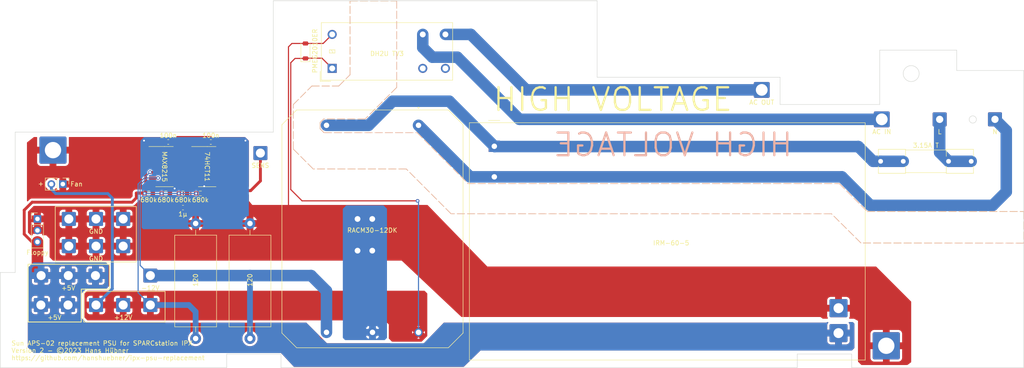
<source format=kicad_pcb>
(kicad_pcb (version 20240108) (generator "pcbnew") (generator_version "8.0")
  (layers (0 "F.Cu" signal) (31 "B.Cu" signal) (34 "B.Paste" user) (35 "F.Paste" user) (36 "B.SilkS" user "B.Silkscreen") (37 "F.SilkS" user "F.Silkscreen") (38 "B.Mask" user) (39 "F.Mask" user) (44 "Edge.Cuts" user))
  (net 0 "")
  (net 1 "Net-(J2-Pin_1)")
  (net 2 "Net-(J1-Pin_1)")
  (net 3 "GND")
  (net 4 "/+5V")
  (net 5 "Net-(J5-Pin_1)")
  (net 6 "Net-(PS1-AC{slash}L)")
  (net 7 "Net-(J6-Pin_1)")
  (net 8 "/-12V")
  (net 11 "Net-(J13-Pin_1)")
  (net 12 "Net-(U2-DIN)")
  (net 13 "Net-(U2-OUT3)")
  (net 14 "Net-(U2-OUT4)")
  (net 19 "Net-(U2-DOUT)")
  (net 21 "/+12V")
  (footprint "Fuse:Fuseholder_Clip-5x20mm_Littelfuse_111_Inline_P20.00x5.00mm_D1.05mm_Horizontal" (layer "F.Cu") (at 253.75 94.27 180)
    (property "Reference" "F1" (hide yes))
    (property "Value" "3.15A T" (at 10 3.5 0) (layer "F.SilkS"))
    (fp_line (start 20.5 1.1) (end 20.5 2.65) (stroke (width 0.12)) (layer "F.SilkS"))
    (fp_line (start 20.5 -1.1) (end 20.5 -2.65) (stroke (width 0.12)) (layer "F.SilkS"))
    (fp_line (start 20.5 -2.65) (end 14.5 -2.65) (stroke (width 0.12)) (layer "F.SilkS"))
    (fp_line (start 14.5 2.65) (end 20.5 2.65) (stroke (width 0.12)) (layer "F.SilkS"))
    (fp_line (start 14.5 2.65) (end 14.5 1.1) (stroke (width 0.12)) (layer "F.SilkS"))
    (fp_line (start 14.5 2.5) (end 5.5 2.5) (stroke (width 0.12)) (layer "F.SilkS"))
    (fp_line (start 14.5 -2.5) (end 5.5 -2.5) (stroke (width 0.12)) (layer "F.SilkS"))
    (fp_line (start 14.5 -2.65) (end 14.5 -1.1) (stroke (width 0.12)) (layer "F.SilkS"))
    (fp_line (start 5.5 2.65) (end 5.5 1.1) (stroke (width 0.12)) (layer "F.SilkS"))
    (fp_line (start 5.5 2.65) (end -0.5 2.65) (stroke (width 0.12)) (layer "F.SilkS"))
    (fp_line (start 5.5 -2.65) (end 5.5 -1.1) (stroke (width 0.12)) (layer "F.SilkS"))
    (fp_line (start 5.5 -2.65) (end -0.5 -2.65) (stroke (width 0.12)) (layer "F.SilkS"))
    (fp_line (start -0.5 2.65) (end -0.5 1.1) (stroke (width 0.12)) (layer "F.SilkS"))
    (fp_line (start -0.5 -2.65) (end -0.5 -1.1) (stroke (width 0.12)) (layer "F.SilkS"))
    (pad "1" thru_hole roundrect (at 0 0 180) (size 2 2) (drill 1.05) (layers "*.Cu" "*.Mask") (net 2 "Net-(J1-Pin_1)"))
    (pad "1" thru_hole roundrect (at 5 0 180) (size 2 2) (drill 1.05) (layers "*.Cu" "*.Mask") (net 2 "Net-(J1-Pin_1)"))
    (pad "2" thru_hole circle (at 15 0 180) (size 2 2) (drill 1.05) (layers "*.Cu" "*.Mask") (net 6 "Net-(PS1-AC{slash}L)"))
    (pad "2" thru_hole circle (at 20 0 180) (size 2 2) (drill 1.05) (layers "*.Cu" "*.Mask") (net 6 "Net-(PS1-AC{slash}L)"))
  )
  (footprint "Capacitor_SMD:C_0603_1608Metric_Pad1.08x0.95mm_HandSolder" (layer "F.Cu") (at 85.85 90 180)
    (property "Reference" "C2" (hide yes))
    (property "Value" "100n" (at 0 1.43 180) (layer "F.SilkS"))
    (fp_line (start -0.146267 0.51) (end 0.146267 0.51) (stroke (width 0.12)) (layer "F.SilkS"))
    (fp_line (start -0.146267 -0.51) (end 0.146267 -0.51) (stroke (width 0.12)) (layer "F.SilkS"))
    (pad "1" smd roundrect (at -0.8625 0 180) (size 1.075 0.95) (layers "F.Cu" "F.Paste" "F.Mask") (net 4 "/+5V"))
    (pad "2" smd roundrect (at 0.8625 0 180) (size 1.075 0.95) (layers "F.Cu" "F.Paste" "F.Mask") (net 3 "GND"))
  )
  (footprint "Diode_SMD:D_SOD-123" (layer "F.Cu") (at 106.75 69.9 90)
    (property "Reference" "D1" (hide yes))
    (property "Value" "PMEG2010ER" (at 0 2.1 90) (layer "F.SilkS"))
    (fp_line (start -2.36 -1) (end 1.65 -1) (stroke (width 0.12)) (layer "F.SilkS"))
    (fp_line (start -2.36 -1) (end -2.36 1) (stroke (width 0.12)) (layer "F.SilkS"))
    (fp_line (start -2.36 1) (end 1.65 1) (stroke (width 0.12)) (layer "F.SilkS"))
    (pad "1" smd roundrect (at -1.65 0 90) (size 0.9 1.2) (layers "F.Cu" "F.Paste" "F.Mask") (net 21 "/+12V"))
    (pad "2" smd roundrect (at 1.65 0 90) (size 0.9 1.2) (layers "F.Cu" "F.Paste" "F.Mask") (net 3 "GND"))
  )
  (footprint "Resistor_THT:R_Axial_DIN0922_L20.0mm_D9.0mm_P25.40mm_Horizontal" (layer "F.Cu") (at 82.5 133.4 90)
    (property "Reference" "R6" (hide yes))
    (property "Value" "120" (at 12.9 0 90) (layer "F.SilkS"))
    (fp_line (start 22.82 -4.62) (end 2.58 -4.62) (stroke (width 0.12)) (layer "F.SilkS"))
    (fp_line (start 2.58 -4.62) (end 2.58 4.62) (stroke (width 0.12)) (layer "F.SilkS"))
    (fp_line (start 23.96 0) (end 22.82 0) (stroke (width 0.12)) (layer "F.SilkS"))
    (fp_line (start 1.44 0) (end 2.58 0) (stroke (width 0.12)) (layer "F.SilkS"))
    (fp_line (start 22.82 4.62) (end 22.82 -4.62) (stroke (width 0.12)) (layer "F.SilkS"))
    (fp_line (start 2.58 4.62) (end 22.82 4.62) (stroke (width 0.12)) (layer "F.SilkS"))
    (pad "1" thru_hole circle (at 0 0 90) (size 2.4 2.4) (drill 1.2) (layers "*.Cu" "*.Mask") (net 21 "/+12V"))
    (pad "2" thru_hole oval (at 25.4 0 90) (size 2.4 2.4) (drill 1.2) (layers "*.Cu" "*.Mask") (net 3 "GND"))
  )
  (footprint "Resistor_THT:R_Axial_DIN0922_L20.0mm_D9.0mm_P25.40mm_Horizontal" (layer "F.Cu") (at 94.5 133.4 90)
    (property "Reference" "R5" (hide yes))
    (property "Value" "120" (at 12.9 0 90) (layer "F.SilkS"))
    (fp_line (start 22.82 -4.62) (end 2.58 -4.62) (stroke (width 0.12)) (layer "F.SilkS"))
    (fp_line (start 2.58 -4.62) (end 2.58 4.62) (stroke (width 0.12)) (layer "F.SilkS"))
    (fp_line (start 23.96 0) (end 22.82 0) (stroke (width 0.12)) (layer "F.SilkS"))
    (fp_line (start 1.44 0) (end 2.58 0) (stroke (width 0.12)) (layer "F.SilkS"))
    (fp_line (start 22.82 4.62) (end 22.82 -4.62) (stroke (width 0.12)) (layer "F.SilkS"))
    (fp_line (start 2.58 4.62) (end 22.82 4.62) (stroke (width 0.12)) (layer "F.SilkS"))
    (pad "1" thru_hole circle (at 0 0 90) (size 2.4 2.4) (drill 1.2) (layers "*.Cu" "*.Mask") (net 8 "/-12V"))
    (pad "2" thru_hole oval (at 25.4 0 90) (size 2.4 2.4) (drill 1.2) (layers "*.Cu" "*.Mask") (net 3 "GND"))
  )
  (footprint "Resistor_SMD:R_0603_1608Metric_Pad0.98x0.95mm_HandSolder" (layer "F.Cu") (at 79.7 101.36)
    (property "Reference" "R3" (hide yes))
    (property "Value" "680k" (at 0 1.43 0) (layer "F.SilkS"))
    (fp_line (start -0.254724 -0.5225) (end 0.254724 -0.5225) (stroke (width 0.12)) (layer "F.SilkS"))
    (fp_line (start -0.254724 0.5225) (end 0.254724 0.5225) (stroke (width 0.12)) (layer "F.SilkS"))
    (pad "1" smd roundrect (at -0.9125 0) (size 0.975 0.95) (layers "F.Cu" "F.Paste" "F.Mask") (net 4 "/+5V"))
    (pad "2" smd roundrect (at 0.9125 0) (size 0.975 0.95) (layers "F.Cu" "F.Paste" "F.Mask") (net 14 "Net-(U2-OUT4)"))
  )
  (footprint "Capacitor_SMD:C_0603_1608Metric_Pad1.08x0.95mm_HandSolder" (layer "F.Cu") (at 79.7 104.49)
    (property "Reference" "C3" (hide yes))
    (property "Value" "1µ" (at 0 1.43 0) (layer "F.SilkS"))
    (fp_line (start -0.146267 -0.51) (end 0.146267 -0.51) (stroke (width 0.12)) (layer "F.SilkS"))
    (fp_line (start -0.146267 0.51) (end 0.146267 0.51) (stroke (width 0.12)) (layer "F.SilkS"))
    (pad "1" smd roundrect (at -0.8625 0) (size 1.075 0.95) (layers "F.Cu" "F.Paste" "F.Mask") (net 12 "Net-(U2-DIN)"))
    (pad "2" smd roundrect (at 0.8625 0) (size 1.075 0.95) (layers "F.Cu" "F.Paste" "F.Mask") (net 3 "GND"))
  )
  (footprint "Relay_THT:Relay_DPST_Omron_G2RL-2A" (layer "F.Cu") (at 112.65 73.75 90)
    (property "Reference" "K1" (hide yes))
    (property "Value" "DH2U TV3" (at 3.25 12.1 0) (layer "F.SilkS"))
    (fp_line (start -2.84 -2.64) (end -0.65 -2.64) (stroke (width 0.12)) (layer "F.SilkS"))
    (fp_line (start 10.1 -2.4) (end -2.6 -2.4) (stroke (width 0.12)) (layer "F.SilkS"))
    (fp_line (start -2.6 -2.4) (end -2.6 26.6) (stroke (width 0.12)) (layer "F.SilkS"))
    (fp_line (start 4.1 -0.6) (end 3.4 -0.6) (stroke (width 0.12)) (layer "F.SilkS"))
    (fp_line (start 3.4 -0.6) (end 3.4 0.6) (stroke (width 0.12)) (layer "F.SilkS"))
    (fp_line (start -2.84 -0.3) (end -2.84 -2.64) (stroke (width 0.12)) (layer "F.SilkS"))
    (fp_line (start 3.4 0.2) (end 4.1 -0.2) (stroke (width 0.12)) (layer "F.SilkS"))
    (fp_line (start 4.1 0.6) (end 4.1 -0.6) (stroke (width 0.12)) (layer "F.SilkS"))
    (fp_line (start 3.4 0.6) (end 4.1 0.6) (stroke (width 0.12)) (layer "F.SilkS"))
    (fp_line (start 10.1 26.6) (end 10.1 -2.4) (stroke (width 0.12)) (layer "F.SilkS"))
    (fp_line (start -2.6 26.6) (end 10.1 26.6) (stroke (width 0.12)) (layer "F.SilkS"))
    (pad "13" thru_hole circle (at 0 20 90) (size 2 2) (drill 1.3) (layers "*.Cu" "*.Mask"))
    (pad "14" thru_hole circle (at 0 25 90) (size 2 2) (drill 1.3) (layers "*.Cu" "*.Mask"))
    (pad "23" thru_hole circle (at 7.5 20 90) (size 2 2) (drill 1.3) (layers "*.Cu" "*.Mask") (net 1 "Net-(J2-Pin_1)"))
    (pad "24" thru_hole circle (at 7.5 25 90) (size 2 2) (drill 1.3) (layers "*.Cu" "*.Mask") (net 5 "Net-(J5-Pin_1)"))
    (pad "A1" thru_hole rect (at 0 0 90) (size 2 2) (drill 1.3) (layers "*.Cu" "*.Mask") (net 21 "/+12V"))
    (pad "A2" thru_hole circle (at 7.5 0 90) (size 2 2) (drill 1.3) (layers "*.Cu" "*.Mask") (net 3 "GND"))
  )
  (footprint "Connector_PinHeader_2.54mm:PinHeader_1x03_P2.54mm_Vertical" (layer "F.Cu") (at 47.57 106.99)
    (property "Reference" "J4" (hide yes))
    (property "Value" "Floppy" (at 0 7.41 0) (layer "F.SilkS"))
    (fp_line (start -1.33 -1.33) (end 0 -1.33) (stroke (width 0.12)) (layer "F.SilkS"))
    (fp_line (start -1.33 0) (end -1.33 -1.33) (stroke (width 0.12)) (layer "F.SilkS"))
    (fp_line (start -1.33 1.27) (end -1.33 6.41) (stroke (width 0.12)) (layer "F.SilkS"))
    (fp_line (start -1.33 1.27) (end 1.33 1.27) (stroke (width 0.12)) (layer "F.SilkS"))
    (fp_line (start -1.33 6.41) (end 1.33 6.41) (stroke (width 0.12)) (layer "F.SilkS"))
    (fp_line (start 1.33 1.27) (end 1.33 6.41) (stroke (width 0.12)) (layer "F.SilkS"))
    (pad "1" thru_hole rect (at 0 0) (size 1.7 1.7) (drill 1) (layers "*.Cu" "*.Mask") (net 3 "GND"))
    (pad "2" thru_hole oval (at 0 2.54) (size 1.7 1.7) (drill 1) (layers "*.Cu" "*.Mask") (net 3 "GND"))
    (pad "3" thru_hole oval (at 0 5.08) (size 1.7 1.7) (drill 1) (layers "*.Cu" "*.Mask") (net 4 "/+5V"))
  )
  (footprint "Connector_Wire:SolderWire-2sqmm_1x01_D2mm_OD3.9mm" (layer "F.Cu") (at 51 91.8 180)
    (property "Reference" "J14" (hide yes))
    (property "Value" "GND" (hide yes))
    (pad "1" thru_hole roundrect (at 0 0 180) (size 6 6) (drill 3.6) (layers "*.Cu" "*.Mask") (roundrect_rratio 0.064103) (net 3 "GND"))
  )
  (footprint "Connector_Wire:SolderWire-1.5sqmm_1x01_D1.7mm_OD3mm" (layer "F.Cu") (at 72.5 119.5)
    (property "Reference" "J10" (hide yes))
    (property "Value" "-12V" (at 0 2.75 0) (layer "F.SilkS"))
    (pad "1" thru_hole roundrect (at 0 0) (size 3.1 3.1) (drill 2) (layers "*.Cu" "*.Mask") (roundrect_rratio 0.08064483871) (net 8 "/-12V"))
  )
  (footprint "Converter_ACDC:Converter_ACDC_MeanWell_IRM-60-xx_THT" (layer "F.Cu") (at 148.45 90.9517)
    (property "Reference" "PS1" (hide yes))
    (property "Value" "IRM-60-5" (at 39.05 21.3575 180) (layer "F.SilkS"))
    (fp_line (start -5.5 -5.2) (end -5.5 47.2) (stroke (width 0.12)) (layer "F.SilkS"))
    (fp_line (start -5.5 47.2) (end 81.9 47.2) (stroke (width 0.12)) (layer "F.SilkS"))
    (fp_line (start -1.3 -5.7) (end 1.2 -5.7) (stroke (width 0.12)) (layer "F.SilkS"))
    (fp_line (start 81.9 -5.2) (end -5.5 -5.2) (stroke (width 0.12)) (layer "F.SilkS"))
    (fp_line (start 81.9 47.2) (end 81.9 -5.2) (stroke (width 0.12)) (layer "F.SilkS"))
    (pad "1" thru_hole rect (at 0 0) (size 2.5 2.5) (drill 1.2) (layers "*.Cu" "*.Mask") (net 6 "Net-(PS1-AC{slash}L)"))
    (pad "2" thru_hole circle (at 0 6.75) (size 2.5 2.5) (drill 1.2) (layers "*.Cu" "*.Mask") (net 7 "Net-(J6-Pin_1)"))
    (pad "3" thru_hole roundrect (at 76 41.25) (size 4 4) (drill 2.2) (layers "*.Cu" "*.Mask") (roundrect_rratio 0.08) (net 4 "/+5V"))
    (pad "4" thru_hole roundrect (at 76 35.75) (size 4 4) (drill 2.2) (layers "*.Cu" "*.Mask") (roundrect_rratio 0.08) (net 3 "GND"))
  )
  (footprint "Package_SO:SO-14_3.9x8.65mm_P1.27mm" (layer "F.Cu") (at 75.625 95.44)
    (property "Reference" "U2" (hide yes))
    (property "Value" "MAX8215" (at 0 0.01 -90) (layer "F.SilkS"))
    (fp_line (start 0 -4.435) (end -3.45 -4.435) (stroke (width 0.12)) (layer "F.SilkS"))
    (fp_line (start 0 -4.435) (end 1.95 -4.435) (stroke (width 0.12)) (layer "F.SilkS"))
    (fp_line (start 0 4.435) (end -1.95 4.435) (stroke (width 0.12)) (layer "F.SilkS"))
    (fp_line (start 0 4.435) (end 1.95 4.435) (stroke (width 0.12)) (layer "F.SilkS"))
    (pad "1" smd roundrect (at -2.475 -3.81) (size 1.95 0.6) (layers "F.Cu" "F.Paste" "F.Mask"))
    (pad "2" smd roundrect (at -2.475 -2.54) (size 1.95 0.6) (layers "F.Cu" "F.Paste" "F.Mask") (net 3 "GND"))
    (pad "3" smd roundrect (at -2.475 -1.27) (size 1.95 0.6) (layers "F.Cu" "F.Paste" "F.Mask") (net 4 "/+5V"))
    (pad "4" smd roundrect (at -2.475 0) (size 1.95 0.6) (layers "F.Cu" "F.Paste" "F.Mask"))
    (pad "5" smd roundrect (at -2.475 1.27) (size 1.95 0.6) (layers "F.Cu" "F.Paste" "F.Mask") (net 21 "/+12V"))
    (pad "6" smd roundrect (at -2.475 2.54) (size 1.95 0.6) (layers "F.Cu" "F.Paste" "F.Mask") (net 8 "/-12V"))
    (pad "7" smd roundrect (at -2.475 3.81) (size 1.95 0.6) (layers "F.Cu" "F.Paste" "F.Mask") (net 12 "Net-(U2-DIN)"))
    (pad "8" smd roundrect (at 2.475 3.81) (size 1.95 0.6) (layers "F.Cu" "F.Paste" "F.Mask") (net 3 "GND"))
    (pad "9" smd roundrect (at 2.475 2.54) (size 1.95 0.6) (layers "F.Cu" "F.Paste" "F.Mask") (net 19 "Net-(U2-DOUT)"))
    (pad "10" smd roundrect (at 2.475 1.27) (size 1.95 0.6) (layers "F.Cu" "F.Paste" "F.Mask") (net 14 "Net-(U2-OUT4)"))
    (pad "11" smd roundrect (at 2.475 0) (size 1.95 0.6) (layers "F.Cu" "F.Paste" "F.Mask") (net 13 "Net-(U2-OUT3)"))
    (pad "12" smd roundrect (at 2.475 -1.27) (size 1.95 0.6) (layers "F.Cu" "F.Paste" "F.Mask"))
    (pad "13" smd roundrect (at 2.475 -2.54) (size 1.95 0.6) (layers "F.Cu" "F.Paste" "F.Mask") (net 12 "Net-(U2-DIN)"))
    (pad "14" smd roundrect (at 2.475 -3.81) (size 1.95 0.6) (layers "F.Cu" "F.Paste" "F.Mask") (net 4 "/+5V"))
  )
  (footprint "Connector_Wire:SolderWire-1.5sqmm_1x03_P6mm_D1.7mm_OD3mm" (layer "F.Cu") (at 54.5 107)
    (property "Reference" "J11" (hide yes))
    (property "Value" "GND" (at 6 2.75 0) (layer "F.SilkS"))
    (pad "1" thru_hole roundrect (at 0 0) (size 3.1 3.1) (drill 2) (layers "*.Cu" "*.Mask") (roundrect_rratio 0.080645) (net 3 "GND"))
    (pad "2" thru_hole roundrect (at 6 0) (size 3.1 3.1) (drill 2) (layers "*.Cu" "*.Mask") (roundrect_rratio 0.08) (net 3 "GND"))
    (pad "3" thru_hole roundrect (at 12 0) (size 3.1 3.1) (drill 2) (layers "*.Cu" "*.Mask") (roundrect_rratio 0.08) (net 3 "GND"))
  )
  (footprint "Resistor_SMD:R_0603_1608Metric_Pad0.98x0.95mm_HandSolder" (layer "F.Cu") (at 75.91 101.36)
    (property "Reference" "R2" (hide yes))
    (property "Value" "680k" (at 0 1.43 0) (layer "F.SilkS"))
    (fp_line (start -0.254724 -0.5225) (end 0.254724 -0.5225) (stroke (width 0.12)) (layer "F.SilkS"))
    (fp_line (start -0.254724 0.5225) (end 0.254724 0.5225) (stroke (width 0.12)) (layer "F.SilkS"))
    (pad "1" smd roundrect (at -0.9125 0) (size 0.975 0.95) (layers "F.Cu" "F.Paste" "F.Mask") (net 4 "/+5V"))
    (pad "2" smd roundrect (at 0.9125 0) (size 0.975 0.95) (layers "F.Cu" "F.Paste" "F.Mask") (net 13 "Net-(U2-OUT3)"))
  )
  (footprint "Connector_Wire:SolderWire-1.5sqmm_1x03_P6mm_D1.7mm_OD3mm" (layer "F.Cu") (at 48.38 119.5)
    (property "Reference" "J9" (hide yes))
    (property "Value" "+5V" (at 6 2.75 0) (layer "F.SilkS"))
    (pad "1" thru_hole roundrect (at 0 0) (size 3.1 3.1) (drill 2) (layers "*.Cu" "*.Mask") (roundrect_rratio 0.08) (net 4 "/+5V"))
    (pad "2" thru_hole roundrect (at 6 0) (size 3.1 3.1) (drill 2) (layers "*.Cu" "*.Mask") (roundrect_rratio 0.08) (net 4 "/+5V"))
    (pad "3" thru_hole roundrect (at 12 0) (size 3.1 3.1) (drill 2) (layers "*.Cu" "*.Mask") (roundrect_rratio 0.08) (net 4 "/+5V"))
  )
  (footprint "Package_SO:SO-14_3.9x8.65mm_P1.27mm" (layer "F.Cu") (at 85.05 95.45)
    (property "Reference" "U1" (hide yes))
    (property "Value" "74HCT11" (at 0 0 -90) (layer "F.SilkS"))
    (fp_line (start 0 -4.435) (end -3.45 -4.435) (stroke (width 0.12)) (layer "F.SilkS"))
    (fp_line (start 0 -4.435) (end 1.95 -4.435) (stroke (width 0.12)) (layer "F.SilkS"))
    (fp_line (start 0 4.435) (end -1.95 4.435) (stroke (width 0.12)) (layer "F.SilkS"))
    (fp_line (start 0 4.435) (end 1.95 4.435) (stroke (width 0.12)) (layer "F.SilkS"))
    (pad "1" smd roundrect (at -2.475 -3.81) (size 1.95 0.6) (layers "F.Cu" "F.Paste" "F.Mask") (net 3 "GND"))
    (pad "2" smd roundrect (at -2.475 -2.54) (size 1.95 0.6) (layers "F.Cu" "F.Paste" "F.Mask") (net 3 "GND"))
    (pad "3" smd roundrect (at -2.475 -1.27) (size 1.95 0.6) (layers "F.Cu" "F.Paste" "F.Mask") (net 13 "Net-(U2-OUT3)"))
    (pad "4" smd roundrect (at -2.475 0) (size 1.95 0.6) (layers "F.Cu" "F.Paste" "F.Mask") (net 14 "Net-(U2-OUT4)"))
    (pad "5" smd roundrect (at -2.475 1.27) (size 1.95 0.6) (layers "F.Cu" "F.Paste" "F.Mask") (net 19 "Net-(U2-DOUT)"))
    (pad "6" smd roundrect (at -2.475 2.54) (size 1.95 0.6) (layers "F.Cu" "F.Paste" "F.Mask") (net 11 "Net-(J13-Pin_1)"))
    (pad "7" smd roundrect (at -2.475 3.81) (size 1.95 0.6) (layers "F.Cu" "F.Paste" "F.Mask") (net 3 "GND"))
    (pad "8" smd roundrect (at 2.475 3.81) (size 1.95 0.6) (layers "F.Cu" "F.Paste" "F.Mask"))
    (pad "9" smd roundrect (at 2.475 2.54) (size 1.95 0.6) (layers "F.Cu" "F.Paste" "F.Mask") (net 3 "GND"))
    (pad "10" smd roundrect (at 2.475 1.27) (size 1.95 0.6) (layers "F.Cu" "F.Paste" "F.Mask") (net 3 "GND"))
    (pad "11" smd roundrect (at 2.475 0) (size 1.95 0.6) (layers "F.Cu" "F.Paste" "F.Mask") (net 3 "GND"))
    (pad "12" smd roundrect (at 2.475 -1.27) (size 1.95 0.6) (layers "F.Cu" "F.Paste" "F.Mask"))
    (pad "13" smd roundrect (at 2.475 -2.54) (size 1.95 0.6) (layers "F.Cu" "F.Paste" "F.Mask") (net 3 "GND"))
    (pad "14" smd roundrect (at 2.475 -3.81) (size 1.95 0.6) (layers "F.Cu" "F.Paste" "F.Mask") (net 4 "/+5V"))
  )
  (footprint "Connector_Wire:SolderWire-1.5sqmm_1x01_D1.7mm_OD3mm" (layer "F.Cu") (at 207.5 78.5)
    (property "Reference" "J5" (hide yes))
    (property "Value" "AC OUT" (at 0 2.75 0) (layer "F.SilkS"))
    (pad "1" thru_hole roundrect (at 0 0) (size 3.5 3.5) (drill 2.6) (layers "*.Cu" "*.Mask") (roundrect_rratio 0.08064514286) (net 5 "Net-(J5-Pin_1)"))
  )
  (footprint "Connector_Wire:SolderWire-1.5sqmm_1x01_D1.7mm_OD3mm" (layer "F.Cu") (at 259 85)
    (property "Reference" "J6" (hide yes))
    (property "Value" "N" (at 0 2.75 0) (layer "F.SilkS"))
    (pad "1" thru_hole roundrect (at 0 0) (size 3.1 3.1) (drill 1.6) (layers "*.Cu" "*.Mask") (roundrect_rratio 0.08064516129) (net 7 "Net-(J6-Pin_1)"))
  )
  (footprint "Capacitor_SMD:C_0603_1608Metric_Pad1.08x0.95mm_HandSolder" (layer "F.Cu") (at 76.45 90 180)
    (property "Reference" "C1" (hide yes))
    (property "Value" "100n" (at 0 1.43 180) (layer "F.SilkS"))
    (fp_line (start -0.146267 0.51) (end 0.146267 0.51) (stroke (width 0.12)) (layer "F.SilkS"))
    (fp_line (start -0.146267 -0.51) (end 0.146267 -0.51) (stroke (width 0.12)) (layer "F.SilkS"))
    (pad "1" smd roundrect (at -0.8625 0 180) (size 1.075 0.95) (layers "F.Cu" "F.Paste" "F.Mask") (net 4 "/+5V"))
    (pad "2" smd roundrect (at 0.8625 0 180) (size 1.075 0.95) (layers "F.Cu" "F.Paste" "F.Mask") (net 3 "GND"))
  )
  (footprint "Connector_Wire:SolderWire-1.5sqmm_1x03_P6mm_D1.7mm_OD3mm" (layer "F.Cu") (at 60.5 126)
    (property "Reference" "J7" (hide yes))
    (property "Value" "+12V" (at 6 2.75 0) (layer "F.SilkS"))
    (pad "1" thru_hole roundrect (at 0 0) (size 3.1 3.1) (drill 2) (layers "*.Cu" "*.Mask") (roundrect_rratio 0.08064483871) (net 21 "/+12V"))
    (pad "2" thru_hole roundrect (at 6 0) (size 3.1 3.1) (drill 2) (layers "*.Cu" "*.Mask") (roundrect_rratio 0.08) (net 21 "/+12V"))
    (pad "3" thru_hole roundrect (at 12 0) (size 3.1 3.1) (drill 2) (layers "*.Cu" "*.Mask") (roundrect_rratio 0.08) (net 21 "/+12V"))
  )
  (footprint "Connector_Wire:SolderWire-1.5sqmm_1x01_D1.7mm_OD3mm" (layer "F.Cu") (at 96.8 92.45)
    (property "Reference" "J13" (hide yes))
    (property "Value" "SENS" (at 0 2.75 0) (layer "F.SilkS"))
    (pad "1" thru_hole roundrect (at 0 0) (size 3.1 3.1) (drill 2) (layers "*.Cu" "*.Mask") (roundrect_rratio 0.08064483871) (net 11 "Net-(J13-Pin_1)"))
  )
  (footprint "Connector_Wire:SolderWire-1.5sqmm_1x01_D1.7mm_OD3mm" (layer "F.Cu") (at 246.79 85.01)
    (property "Reference" "J1" (hide yes))
    (property "Value" "L" (at 0 2.75 0) (layer "F.SilkS"))
    (pad "1" thru_hole roundrect (at 0 0) (size 3.1 3.1) (drill 1.6) (layers "*.Cu" "*.Mask") (roundrect_rratio 0.08064516129) (net 2 "Net-(J1-Pin_1)"))
  )
  (footprint "Connector_Wire:SolderWire-1.5sqmm_1x03_P6mm_D1.7mm_OD3mm" (layer "F.Cu") (at 54.5 113)
    (property "Reference" "J3" (hide yes))
    (property "Value" "GND" (at 6 2.75 0) (layer "F.SilkS"))
    (pad "1" thru_hole roundrect (at 0 0) (size 3.1 3.1) (drill 2) (layers "*.Cu" "*.Mask") (roundrect_rratio 0.080645) (net 3 "GND"))
    (pad "2" thru_hole roundrect (at 6 0) (size 3.1 3.1) (drill 2) (layers "*.Cu" "*.Mask") (roundrect_rratio 0.08) (net 3 "GND"))
    (pad "3" thru_hole roundrect (at 12 0) (size 3.1 3.1) (drill 2) (layers "*.Cu" "*.Mask") (roundrect_rratio 0.08) (net 3 "GND"))
  )
  (footprint "Connector_PinHeader_2.54mm:PinHeader_1x02_P2.54mm_Vertical" (layer "F.Cu") (at 53.175 99.3 -90)
    (property "Reference" "J12" (hide yes))
    (property "Value" "Fan" (at 0 -3.025 180) (layer "F.SilkS"))
    (fp_line (start -1.33 3.87) (end 1.33 3.87) (stroke (width 0.12)) (layer "F.SilkS"))
    (fp_line (start -1.33 1.27) (end -1.33 3.87) (stroke (width 0.12)) (layer "F.SilkS"))
    (fp_line (start -1.33 1.27) (end 1.33 1.27) (stroke (width 0.12)) (layer "F.SilkS"))
    (fp_line (start 1.33 1.27) (end 1.33 3.87) (stroke (width 0.12)) (layer "F.SilkS"))
    (fp_line (start -1.33 0) (end -1.33 -1.33) (stroke (width 0.12)) (layer "F.SilkS"))
    (fp_line (start -1.33 -1.33) (end 0 -1.33) (stroke (width 0.12)) (layer "F.SilkS"))
    (pad "1" thru_hole rect (at 0 0 270) (size 1.7 1.7) (drill 1) (layers "*.Cu" "*.Mask") (net 3 "GND"))
    (pad "2" thru_hole oval (at 0 2.54 270) (size 1.7 1.7) (drill 1) (layers "*.Cu" "*.Mask") (net 21 "/+12V"))
  )
  (footprint "Resistor_SMD:R_0603_1608Metric_Pad0.98x0.95mm_HandSolder" (layer "F.Cu") (at 72.14 101.36)
    (property "Reference" "R1" (hide yes))
    (property "Value" "680k" (at 0 1.43 0) (layer "F.SilkS"))
    (fp_line (start -0.254724 -0.5225) (end 0.254724 -0.5225) (stroke (width 0.12)) (layer "F.SilkS"))
    (fp_line (start -0.254724 0.5225) (end 0.254724 0.5225) (stroke (width 0.12)) (layer "F.SilkS"))
    (pad "1" smd roundrect (at -0.9125 0) (size 0.975 0.95) (layers "F.Cu" "F.Paste" "F.Mask") (net 4 "/+5V"))
    (pad "2" smd roundrect (at 0.9125 0) (size 0.975 0.95) (layers "F.Cu" "F.Paste" "F.Mask") (net 12 "Net-(U2-DIN)"))
  )
  (footprint "Connector_Wire:SolderWire-1.5sqmm_1x02_P6mm_D1.7mm_OD3mm" (layer "F.Cu") (at 48.325 126)
    (property "Reference" "J8" (hide yes))
    (property "Value" "+5V" (at 3 2.75 0) (layer "F.SilkS"))
    (pad "1" thru_hole roundrect (at 0 0) (size 3.1 3.1) (drill 2) (layers "*.Cu" "*.Mask") (roundrect_rratio 0.08064483871) (net 4 "/+5V"))
    (pad "2" thru_hole roundrect (at 6 0) (size 3.1 3.1) (drill 2) (layers "*.Cu" "*.Mask") (roundrect_rratio 0.08) (net 4 "/+5V"))
  )
  (footprint "Connector_Wire:SolderWire-1.5sqmm_1x01_D1.7mm_OD3mm" (layer "F.Cu") (at 234 85)
    (property "Reference" "J2" (hide yes))
    (property "Value" "AC IN" (at 0 2.75 0) (layer "F.SilkS"))
    (pad "1" thru_hole roundrect (at 0 0) (size 3.5 3.5) (drill 2.6) (layers "*.Cu" "*.Mask") (roundrect_rratio 0.08064514286) (net 1 "Net-(J2-Pin_1)"))
  )
  (footprint "Resistor_SMD:R_0603_1608Metric_Pad0.98x0.95mm_HandSolder" (layer "F.Cu") (at 83.54 101.36)
    (property "Reference" "R4" (hide yes))
    (property "Value" "680k" (at 0 1.43 0) (layer "F.SilkS"))
    (fp_line (start -0.254724 -0.5225) (end 0.254724 -0.5225) (stroke (width 0.12)) (layer "F.SilkS"))
    (fp_line (start -0.254724 0.5225) (end 0.254724 0.5225) (stroke (width 0.12)) (layer "F.SilkS"))
    (pad "1" smd roundrect (at -0.9125 0) (size 0.975 0.95) (layers "F.Cu" "F.Paste" "F.Mask") (net 4 "/+5V"))
    (pad "2" smd roundrect (at 0.9125 0) (size 0.975 0.95) (layers "F.Cu" "F.Paste" "F.Mask") (net 19 "Net-(U2-DOUT)"))
  )
  (footprint "Converter_ACDC:CONV_RACM30-24SK_277" (layer "F.Cu") (at 121.55 109.1875 -90)
    (property "Reference" "PS2" (hide yes))
    (property "Value" "RACM30-12DK" (at 0.3125 0.05 180) (layer "F.SilkS"))
    (fp_line (start -23 20) (end -26.25 16.75) (stroke (width 0.127)) (layer "F.SilkS"))
    (fp_line (start 23 20) (end -23 20) (stroke (width 0.127)) (layer "F.SilkS"))
    (fp_line (start -26.25 16.75) (end -26.25 -16.75) (stroke (width 0.127)) (layer "F.SilkS"))
    (fp_line (start 26.25 16.75) (end 23 20) (stroke (width 0.127)) (layer "F.SilkS"))
    (fp_line (start -26.25 -16.75) (end -23 -20) (stroke (width 0.127)) (layer "F.SilkS"))
    (fp_line (start 26.25 -16.75) (end 26.25 16.75) (stroke (width 0.127)) (layer "F.SilkS"))
    (fp_line (start -23 -20) (end 23 -20) (stroke (width 0.127)) (layer "F.SilkS"))
    (fp_line (start 23 -20) (end 26.25 -16.75) (stroke (width 0.127)) (layer "F.SilkS"))
    (fp_circle (center -26.75 -10.16) (end -26.65 -10.16) (stroke (width 0.2)) (fill none) (layer "F.SilkS"))
    (pad "1" thru_hole rect (at -22.87 -10.16 270) (size 1.8 1.8) (drill 1.2) (layers "*.Cu" "*.Mask") (net 7 "Net-(J6-Pin_1)"))
    (pad "2" thru_hole circle (at -22.87 10.16 270) (size 1.8 1.8) (drill 1.2) (layers "*.Cu" "*.Mask") (net 6 "Net-(PS1-AC{slash}L)"))
    (pad "3" thru_hole circle (at 22.85 10.16 270) (size 1.8 1.8) (drill 1.2) (layers "*.Cu" "*.Mask") (net 8 "/-12V"))
    (pad "4" thru_hole roundrect (at 22.85 0 270) (size 1.8 1.8) (drill 1.2) (layers "*.Cu" "*.Mask") (roundrect_rratio 0.08) (net 3 "GND"))
    (pad "5" thru_hole circle (at 22.85 -10.16 270) (size 1.8 1.8) (drill 1.2) (layers "*.Cu" "*.Mask") (net 21 "/+12V"))
  )
  (footprint "Connector_Wire:SolderWire-2sqmm_1x01_D2mm_OD3.9mm" (layer "F.Cu") (at 235 135)
    (property "Reference" "J15" (hide yes))
    (property "Value" "GND" (hide yes))
    (pad "1" thru_hole roundrect (at 0 0) (size 6 6) (drill 3.6) (layers "*.Cu" "*.Mask") (roundrect_rratio 0.064103) (net 3 "GND"))
  )
  (gr_poly (pts (xy 116.6 58.85) (xy 126.9 58.85) (xy 126.9 77.95) (xy 119.95 84.9) (xy 110.8 84.9) (xy 110 85.7) (xy 110 87.1) (xy 110.85 87.95) (xy 131.4 87.95) (xy 142.6 99.15) (xy 142.6 99.2) (xy 224.65 99.2) (xy 230.8 105.35) (xy 265.35 105.35) (xy 265.35 112.35) (xy 265.3 112.35) (xy 229.4 112.3) (xy 222.9 105.85) (xy 138.897786 105.847786) (xy 129.006558 95.956558) (xy 108.447855 95.947855) (xy 104.05 91.55) (xy 104.05 81.75) (xy 108.15 77.65) (xy 114.1 77.65) (xy 116.6 75.15)) (stroke (width 0.15) (type dash)) (fill none) (layer "B.SilkS"))
  (gr_poly (pts (xy 116.6 58.85) (xy 126.9 58.85) (xy 126.9 77.95) (xy 119.95 84.9) (xy 110.8 84.9) (xy 110 85.7) (xy 110 87.1) (xy 110.85 87.95) (xy 131.4 87.95) (xy 142.6 99.15) (xy 142.6 99.2) (xy 224.65 99.2) (xy 230.8 105.35) (xy 265.35 105.35) (xy 265.35 112.35) (xy 265.3 112.35) (xy 229.4 112.3) (xy 222.9 105.85) (xy 138.897786 105.847786) (xy 128.996139 95.946139) (xy 108.455923 95.955923) (xy 104.05 91.55) (xy 104.05 81.75) (xy 108.15 77.65) (xy 114.1 77.65) (xy 116.6 75.15)) (stroke (width 0.15) (type dash)) (fill none) (layer "F.SilkS"))
  (gr_poly (pts (xy 51.5 104.25) (xy 69.4 104.25) (xy 69.4 116.5) (xy 51.5 116.5)) (stroke (width 0.15)) (fill none) (layer "F.SilkS"))
  (gr_poly (pts (xy 45.5 117) (xy 63.5 117) (xy 63.5 122.5) (xy 57.25 122.5) (xy 57.25 129.75) (xy 45.5 129.75)) (stroke (width 0.2)) (fill none) (layer "F.SilkS"))
  (gr_poly (pts (xy 57.75 123) (xy 75.75 123) (xy 75.75 129.75) (xy 57.75 129.75)) (stroke (width 0.15)) (fill none) (layer "F.SilkS"))
  (gr_line (start 250.55 74.22) (end 265.35 74.22) (stroke (width 0.1)) (layer "Edge.Cuts"))
  (gr_line (start 101.35 139.82) (end 215.35 139.82) (stroke (width 0.1)) (layer "Edge.Cuts"))
  (gr_line (start 211.55 81.72) (end 211.55 75.72) (stroke (width 0.1)) (layer "Edge.Cuts"))
  (gr_line (start 215.35 139.82) (end 215.35 136.82) (stroke (width 0.1)) (layer "Edge.Cuts"))
  (gr_line (start 171.15 58.82) (end 99.65 58.82) (stroke (width 0.1)) (layer "Edge.Cuts"))
  (gr_line (start 227.35 136.82) (end 227.35 139.82) (stroke (width 0.1)) (layer "Edge.Cuts"))
  (gr_line (start 211.55 75.72) (end 171.15 75.72) (stroke (width 0.1)) (layer "Edge.Cuts"))
  (gr_line (start 265.35 74.32) (end 265.35 74.22) (stroke (width 0.1)) (layer "Edge.Cuts"))
  (gr_line (start 250.55 69.72) (end 250.55 74.22) (stroke (width 0.1)) (layer "Edge.Cuts"))
  (gr_line (start 265.35 139.82) (end 265.35 74.32) (stroke (width 0.1)) (layer "Edge.Cuts"))
  (gr_line (start 39.35 118.82) (end 39.35 139.82) (stroke (width 0.1)) (layer "Edge.Cuts"))
  (gr_line (start 42.65 118.82) (end 39.35 118.82) (stroke (width 0.1)) (layer "Edge.Cuts"))
  (gr_line (start 89.35 139.82) (end 89.35 136.82) (stroke (width 0.1)) (layer "Edge.Cuts"))
  (gr_line (start 171.15 75.72) (end 171.15 58.82) (stroke (width 0.1)) (layer "Edge.Cuts"))
  (gr_line (start 227.35 139.82) (end 265.35 139.82) (stroke (width 0.1)) (layer "Edge.Cuts"))
  (gr_line (start 89.35 136.82) (end 101.35 136.82) (stroke (width 0.1)) (layer "Edge.Cuts"))
  (gr_line (start 215.35 136.82) (end 227.35 136.82) (stroke (width 0.1)) (layer "Edge.Cuts"))
  (gr_line (start 233.55 69.72) (end 250.55 69.72) (stroke (width 0.1)) (layer "Edge.Cuts"))
  (gr_circle (center 240.5 74.9) (end 242.26 74.9) (stroke (width 0.1)) (fill none) (layer "Edge.Cuts"))
  (gr_line (start 42.65 87.82) (end 42.65 118.82) (stroke (width 0.1)) (layer "Edge.Cuts"))
  (gr_line (start 99.65 58.82) (end 99.65 87.82) (stroke (width 0.1)) (layer "Edge.Cuts"))
  (gr_line (start 233.55 81.72) (end 233.55 69.72) (stroke (width 0.1)) (layer "Edge.Cuts"))
  (gr_line (start 39.35 139.82) (end 89.35 139.82) (stroke (width 0.1)) (layer "Edge.Cuts"))
  (gr_line (start 101.35 136.82) (end 101.35 139.82) (stroke (width 0.1)) (layer "Edge.Cuts"))
  (gr_line (start 99.65 87.82) (end 42.65 87.82) (stroke (width 0.1)) (layer "Edge.Cuts"))
  (gr_line (start 211.55 81.72) (end 233.55 81.72) (stroke (width 0.1)) (layer "Edge.Cuts"))
  (gr_circle (center 254.1 85.03) (end 254.9 85.03) (stroke (width 0.1)) (fill none) (layer "Edge.Cuts"))
  (gr_text "HIGH VOLTAGE" (at 214.65 93.55 0) (layer "B.SilkS") (effects (font (size 5 5) (thickness 0.5)) (justify left bottom mirror)))
  (gr_text "HIGH VOLTAGE" (at 147.85 83.55 0) (layer "F.SilkS") (effects (font (size 5 5) (thickness 0.5)) (justify left bottom)))
  (gr_text "Sun APS-02 replacement PSU for SPARCstation IPX\nVersion 2 - ©2023 Hans Hübner\nhttps://github.com/hanshuebner/ipx-psu-replacement" (at 41.75 138.25 0) (layer "F.SilkS") (effects (font (size 1 1)) (justify left bottom)))
  (gr_text "+" (at 47.6 99.8 0) (layer "F.SilkS") (effects (font (size 1 1)) (justify left bottom)))
  (segment (start 234 85) (end 154 85) (width 2.54) (layer "B.Cu") (net 1))
  (segment (start 132.65 69.15) (end 132.65 66.25) (width 2.54) (layer "B.Cu") (net 1))
  (segment (start 140.28 71.28) (end 134.78 71.28) (width 2.54) (layer "B.Cu") (net 1))
  (segment (start 134.78 71.28) (end 132.65 69.15) (width 2.54) (layer "B.Cu") (net 1))
  (segment (start 154 85) (end 140.28 71.28) (width 2.54) (layer "B.Cu") (net 1))
  (segment (start 246.79 92.31) (end 248.75 94.27) (width 2.54) (layer "B.Cu") (net 2))
  (segment (start 246.79 85.01) (end 246.79 92.31) (width 2.54) (layer "B.Cu") (net 2))
  (segment (start 253.75 94.27) (end 248.75 94.27) (width 2.54) (layer "B.Cu") (net 2))
  (segment (start 110.65 68.25) (end 112.65 66.25) (width 0.25) (layer "F.Cu") (net 3))
  (segment (start 103 69) (end 103.75 68.25) (width 0.25) (layer "F.Cu") (net 3))
  (segment (start 103.75 68.25) (end 106.75 68.25) (width 0.25) (layer "F.Cu") (net 3))
  (segment (start 106.75 68.25) (end 110.65 68.25) (width 0.25) (layer "F.Cu") (net 3))
  (segment (start 103 69) (end 103 105.5) (width 0.25) (layer "F.Cu") (net 3))
  (via (at 118.25 114) (size 2.54) (drill 1.27) (layers "F.Cu" "B.Cu") (net 3))
  (via (at 121.5 107) (size 2.54) (drill 1.27) (layers "F.Cu" "B.Cu") (net 3))
  (via (at 84.39 99.78) (size 0.8) (drill 0.4) (layers "F.Cu" "B.Cu") (net 3))
  (via (at 118.25 107) (size 2.54) (drill 1.27) (layers "F.Cu" "B.Cu") (net 3))
  (via (at 121.5 114) (size 2.54) (drill 1.27) (layers "F.Cu" "B.Cu") (net 3))
  (via (at 93.5 89.7) (size 0.8) (drill 0.4) (layers "F.Cu" "B.Cu") (net 3))
  (via (at 77.86 100.28) (size 0.8) (drill 0.4) (layers "F.Cu" "B.Cu") (net 3))
  (via (at 71.1 89.7) (size 0.8) (drill 0.4) (layers "F.Cu" "B.Cu") (net 3))
  (segment (start 75.33 94.17) (end 73.15 94.17) (width 0.635) (layer "F.Cu") (net 4))
  (segment (start 46.4 103.3) (end 44.65 105.05) (width 0.635) (layer "F.Cu") (net 4))
  (segment (start 69.4 102.35) (end 68.45 103.3) (width 0.635) (layer "F.Cu") (net 4))
  (segment (start 71.1675 101.3) (end 71.2275 101.36) (width 0.635) (layer "F.Cu") (net 4))
  (segment (start 68.45 103.3) (end 46.4 103.3) (width 0.635) (layer "F.Cu") (net 4))
  (segment (start 87.525 91.64) (end 86.8775 90.9925) (width 0.635) (layer "F.Cu") (net 4))
  (segment (start 86.8775 90.1275) (end 85.75 89) (width 0.635) (layer "F.Cu") (net 4))
  (segment (start 47.57 118.69) (end 48.38 119.5) (width 2.54) (layer "F.Cu") (net 4))
  (segment (start 82.62 101.36) (end 82.61 101.37) (width 0.25) (layer "F.Cu") (net 4))
  (segment (start 75.79 93.11) (end 75.79 93.71) (width 0.635) (layer "F.Cu") (net 4))
  (segment (start 85.75 89) (end 78.52 89) (width 0.635) (layer "F.Cu") (net 4))
  (segment (start 78.52 89) (end 77.29 90.23) (width 0.635) (layer "F.Cu") (net 4))
  (segment (start 44.65 105.05) (end 44.65 110.35) (width 0.635) (layer "F.Cu") (net 4))
  (segment (start 71.47 101.1175) (end 71.2875 101.3) (width 0.635) (layer "F.Cu") (net 4))
  (segment (start 78.1 91.63) (end 77.27 91.63) (width 0.635) (layer "F.Cu") (net 4))
  (segment (start 77.29 90.23) (end 77.29 90.82) (width 0.635) (layer "F.Cu") (net 4))
  (segment (start 44.65 110.35) (end 46.37 112.07) (width 0.635) (layer "F.Cu") (net 4))
  (segment (start 69.4 101.3) (end 69.4 102.35) (width 0.635) (layer "F.Cu") (net 4))
  (segment (start 77.27 91.63) (end 75.79 93.11) (width 0.635) (layer "F.Cu") (net 4))
  (segment (start 77.29 90.82) (end 78.1 91.63) (width 0.635) (layer "F.Cu") (net 4))
  (segment (start 86.8775 90.9925) (end 86.8775 90.2) (width 0.635) (layer "F.Cu") (net 4))
  (segment (start 47.57 112.07) (end 47.57 118.69) (width 2.54) (layer "F.Cu") (net 4))
  (segment (start 86.8775 90.9925) (end 86.8775 90.1275) (width 0.635) (layer "F.Cu") (net 4))
  (segment (start 71.47 95.201012) (end 71.47 101.1175) (width 0.635) (layer "F.Cu") (net 4))
  (segment (start 46.37 112.07) (end 47.57 112.07) (width 0.635) (layer "F.Cu") (net 4))
  (segment (start 71.2875 101.3) (end 69.4 101.3) (width 0.635) (layer "F.Cu") (net 4))
  (segment (start 72.501012 94.17) (end 71.47 95.201012) (width 0.635) (layer "F.Cu") (net 4))
  (segment (start 75.79 93.71) (end 75.33 94.17) (width 0.635) (layer "F.Cu") (net 4))
  (segment (start 82.6275 101.36) (end 82.62 101.36) (width 0.25) (layer "F.Cu") (net 4))
  (segment (start 73.15 94.17) (end 72.501012 94.17) (width 0.635) (layer "F.Cu") (net 4))
  (segment (start 69.4 101.3) (end 71.1675 101.3) (width 0.635) (layer "F.Cu") (net 4))
  (via (at 78.7875 101.36) (size 0.8) (drill 0.4) (layers "F.Cu" "B.Cu") (net 4))
  (via (at 82.61 101.37) (size 0.8) (drill 0.4) (layers "F.Cu" "B.Cu") (net 4))
  (via (at 71.2275 101.36) (size 0.8) (drill 0.4) (layers "F.Cu" "B.Cu") (net 4))
  (via (at 74.9975 101.36) (size 0.8) (drill 0.4) (layers "F.Cu" "B.Cu") (net 4))
  (segment (start 82.61 101.37) (end 78.7975 101.37) (width 0.25) (layer "B.Cu") (net 4))
  (segment (start 78.7875 101.36) (end 74.9975 101.36) (width 0.25) (layer "B.Cu") (net 4))
  (segment (start 74.9975 101.36) (end 71.2275 101.36) (width 0.25) (layer "B.Cu") (net 4))
  (segment (start 78.7975 101.37) (end 78.7875 101.36) (width 0.25) (layer "B.Cu") (net 4))
  (segment (start 143.25 66.25) (end 155.5 78.5) (width 2.54) (layer "B.Cu") (net 5))
  (segment (start 155.5 78.5) (end 207.5 78.5) (width 2.54) (layer "B.Cu") (net 5))
  (segment (start 137.65 66.25) (end 143.25 66.25) (width 2.54) (layer "B.Cu") (net 5))
  (segment (start 148.45 90.95) (end 148.45 90.9517) (width 2.54) (layer "B.Cu") (net 6))
  (segment (start 232.09 94.27) (end 228.83 91.01) (width 2.54) (layer "B.Cu") (net 6))
  (segment (start 126 81) (end 138.5 81) (width 2.54) (layer "B.Cu") (net 6))
  (segment (start 238.75 94.27) (end 233.75 94.27) (width 2.54) (layer "B.Cu") (net 6))
  (segment (start 228.83 91.01) (end 148.5083 91.01) (width 2.54) (layer "B.Cu") (net 6))
  (segment (start 111.39 86.3175) (end 120.6825 86.3175) (width 2.54) (layer "B.Cu") (net 6))
  (segment (start 138.5 81) (end 148.45 90.95) (width 2.54) (layer "B.Cu") (net 6))
  (segment (start 233.75 94.27) (end 232.09 94.27) (width 2.54) (layer "B.Cu") (net 6))
  (segment (start 148.5083 91.01) (end 148.45 90.9517) (width 2.54) (layer "B.Cu") (net 6))
  (segment (start 120.6825 86.3175) (end 126 81) (width 2.54) (layer "B.Cu") (net 6))
  (segment (start 143.0925 97.7) (end 131.71 86.3175) (width 2.54) (layer "B.Cu") (net 7))
  (segment (start 261.5 101) (end 258.5 104) (width 2.54) (layer "B.Cu") (net 7))
  (segment (start 261.5 87.5) (end 261.5 101) (width 2.54) (layer "B.Cu") (net 7))
  (segment (start 259 85) (end 261.5 87.5) (width 2.54) (layer "B.Cu") (net 7))
  (segment (start 225.2 97.7) (end 143.0925 97.7) (width 2.54) (layer "B.Cu") (net 7))
  (segment (start 231.5 104) (end 225.2 97.7) (width 2.54) (layer "B.Cu") (net 7))
  (segment (start 258.5 104) (end 231.5 104) (width 2.54) (layer "B.Cu") (net 7))
  (segment (start 74.17 97.98) (end 74.2 97.95) (width 0.25) (layer "F.Cu") (net 8))
  (segment (start 73.15 97.98) (end 74.17 97.98) (width 0.25) (layer "F.Cu") (net 8))
  (via (at 74.2 97.95) (size 0.8) (drill 0.4) (layers "F.Cu" "B.Cu") (net 8))
  (segment (start 74.2 97.95) (end 71.786396 97.95) (width 0.25) (layer "B.Cu") (net 8))
  (segment (start 94.5 119.5) (end 72.5 119.5) (width 2.54) (layer "B.Cu") (net 8))
  (segment (start 70.25 99.486396) (end 70.25 117.25) (width 0.25) (layer "B.Cu") (net 8))
  (segment (start 108 119.5) (end 94.5 119.5) (width 2.54) (layer "B.Cu") (net 8))
  (segment (start 71.786396 97.95) (end 70.25 99.486396) (width 0.25) (layer "B.Cu") (net 8))
  (segment (start 111.39 132.0375) (end 111.39 122.89) (width 2.54) (layer "B.Cu") (net 8))
  (segment (start 94.5 133.4) (end 94.5 119.5) (width 1.27) (layer "B.Cu") (net 8))
  (segment (start 111.39 122.89) (end 108 119.5) (width 2.54) (layer "B.Cu") (net 8))
  (segment (start 70.25 117.25) (end 72.5 119.5) (width 0.25) (layer "B.Cu") (net 8))
  (segment (start 84.16 97.99) (end 86.92 100.75) (width 0.635) (layer "F.Cu") (net 11))
  (segment (start 96.8 98.6) (end 96.8 92.45) (width 0.635) (layer "F.Cu") (net 11))
  (segment (start 94.65 100.75) (end 96.8 98.6) (width 0.635) (layer "F.Cu") (net 11))
  (segment (start 86.92 100.75) (end 94.65 100.75) (width 0.635) (layer "F.Cu") (net 11))
  (segment (start 82.575 97.99) (end 84.16 97.99) (width 0.635) (layer "F.Cu") (net 11))
  (segment (start 76.1825 104.49) (end 78.8375 104.49) (width 0.25) (layer "F.Cu") (net 12))
  (segment (start 73.0525 101.36) (end 73.0525 99.3475) (width 0.25) (layer "F.Cu") (net 12))
  (segment (start 73.0525 99.3475) (end 73.15 99.25) (width 0.25) (layer "F.Cu") (net 12))
  (segment (start 76.78 93.843249) (end 77.723249 92.9) (width 0.25) (layer "F.Cu") (net 12))
  (segment (start 76.35 96.176853) (end 76.78 95.746853) (width 0.25) (layer "F.Cu") (net 12))
  (segment (start 73.15 99.25) (end 75.82 99.25) (width 0.25) (layer "F.Cu") (net 12))
  (segment (start 77.723249 92.9) (end 78.1 92.9) (width 0.25) (layer "F.Cu") (net 12))
  (segment (start 76.35 98.72) (end 76.35 96.176853) (width 0.25) (layer "F.Cu") (net 12))
  (segment (start 73.0525 101.36) (end 76.1825 104.49) (width 0.25) (layer "F.Cu") (net 12))
  (segment (start 75.82 99.25) (end 76.35 98.72) (width 0.25) (layer "F.Cu") (net 12))
  (segment (start 76.78 95.746853) (end 76.78 93.843249) (width 0.25) (layer "F.Cu") (net 12))
  (segment (start 76.8 101.3375) (end 76.8 96.363249) (width 0.25) (layer "F.Cu") (net 13))
  (segment (start 81.06 94.18) (end 82.575 94.18) (width 0.25) (layer "F.Cu") (net 13))
  (segment (start 76.8225 101.36) (end 76.8 101.3375) (width 0.25) (layer "F.Cu") (net 13))
  (segment (start 76.8 96.363249) (end 77.723249 95.44) (width 0.25) (layer "F.Cu") (net 13))
  (segment (start 77.723249 95.44) (end 78.1 95.44) (width 0.25) (layer "F.Cu") (net 13))
  (segment (start 79.79 95.45) (end 81.06 94.18) (width 0.25) (layer "F.Cu") (net 13))
  (segment (start 78.1 95.44) (end 78.11 95.45) (width 0.25) (layer "F.Cu") (net 13))
  (segment (start 78.11 95.45) (end 79.79 95.45) (width 0.25) (layer "F.Cu") (net 13))
  (segment (start 78.1 96.71) (end 78.11 96.72) (width 0.25) (layer "F.Cu") (net 14))
  (segment (start 78.11 96.72) (end 80.6025 96.72) (width 0.25) (layer "F.Cu") (net 14))
  (segment (start 81.8725 95.45) (end 82.575 95.45) (width 0.25) (layer "F.Cu") (net 14))
  (segment (start 80.6025 96.72) (end 81.8725 95.45) (width 0.25) (layer "F.Cu") (net 14))
  (segment (start 80.6125 101.36) (end 80.6125 96.71) (width 0.25) (layer "F.Cu") (net 14))
  (segment (start 80.6125 96.71) (end 78.1 96.71) (width 0.25) (layer "F.Cu") (net 14))
  (segment (start 79.8 101.830495) (end 79.8 99.04) (width 0.25) (layer "F.Cu") (net 19))
  (segment (start 81.095495 102.16) (end 80.129505 102.16) (width 0.25) (layer "F.Cu") (net 19))
  (segment (start 81.275 97.643249) (end 81.275 99.735) (width 0.25) (layer "F.Cu") (net 19))
  (segment (start 81.425 99.885) (end 81.425 101.830495) (width 0.25) (layer "F.Cu") (net 19))
  (segment (start 84.4525 101.36) (end 82.9775 99.885) (width 0.25) (layer "F.Cu") (net 19))
  (segment (start 79.8 99.04) (end 78.74 97.98) (width 0.25) (layer "F.Cu") (net 19))
  (segment (start 82.198249 96.72) (end 81.275 97.643249) (width 0.25) (layer "F.Cu") (net 19))
  (segment (start 81.275 99.735) (end 81.425 99.885) (width 0.25) (layer "F.Cu") (net 19))
  (segment (start 78.74 97.98) (end 78.1 97.98) (width 0.25) (layer "F.Cu") (net 19))
  (segment (start 82.575 96.72) (end 82.198249 96.72) (width 0.25) (layer "F.Cu") (net 19))
  (segment (start 82.9775 99.885) (end 81.425 99.885) (width 0.25) (layer "F.Cu") (net 19))
  (segment (start 80.129505 102.16) (end 79.8 101.830495) (width 0.25) (layer "F.Cu") (net 19))
  (segment (start 81.425 101.830495) (end 81.095495 102.16) (width 0.25) (layer "F.Cu") (net 19))
  (segment (start 73.15 96.71) (end 72.51 96.71) (width 0.25) (layer "F.Cu") (net 21))
  (segment (start 103.5 72.5) (end 104.45 71.55) (width 0.25) (layer "F.Cu") (net 21))
  (segment (start 131.5 103) (end 106 103) (width 0.25) (layer "F.Cu") (net 21))
  (segment (start 103.5 100.5) (end 103.5 72.5) (width 0.25) (layer "F.Cu") (net 21))
  (segment (start 106 103) (end 103.5 100.5) (width 0.25) (layer "F.Cu") (net 21))
  (segment (start 106.75 71.55) (end 106.8 71.5) (width 0.25) (layer "F.Cu") (net 21))
  (segment (start 106.8 71.5) (end 110.4 71.5) (width 0.25) (layer "F.Cu") (net 21))
  (segment (start 110.4 71.5) (end 112.65 73.75) (width 0.25) (layer "F.Cu") (net 21))
  (segment (start 104.45 71.55) (end 106.75 71.55) (width 0.25) (layer "F.Cu") (net 21))
  (segment (start 72.51 96.71) (end 72.45 96.65) (width 0.25) (layer "F.Cu") (net 21))
  (via (at 72.45 96.65) (size 0.8) (drill 0.4) (layers "F.Cu" "B.Cu") (net 21))
  (via (at 131.5 103) (size 0.8) (drill 0.4) (layers "F.Cu" "B.Cu") (net 21))
  (segment (start 131.71 132.0375) (end 131.71 103.21) (width 0.25) (layer "B.Cu") (net 21))
  (segment (start 82.5 127.5) (end 81 126) (width 1.27) (layer "B.Cu") (net 21))
  (segment (start 63.1 101.4) (end 64.1 102.4) (width 0.635) (layer "B.Cu") (net 21))
  (segment (start 72.45 96.65) (end 69.8 99.3) (width 0.25) (layer "B.Cu") (net 21))
  (segment (start 69.8 99.3) (end 69.8 123.3) (width 0.25) (layer "B.Cu") (net 21))
  (segment (start 64.1 122.4) (end 60.5 126) (width 0.635) (layer "B.Cu") (net 21))
  (segment (start 131.71 103.21) (end 131.5 103) (width 0.25) (layer "B.Cu") (net 21))
  (segment (start 50.635 100.435) (end 51.6 101.4) (width 0.635) (layer "B.Cu") (net 21))
  (segment (start 64.1 102.4) (end 64.1 122.4) (width 0.635) (layer "B.Cu") (net 21))
  (segment (start 81 126) (end 72.5 126) (width 1.27) (layer "B.Cu") (net 21))
  (segment (start 69.8 123.3) (end 72.5 126) (width 0.25) (layer "B.Cu") (net 21))
  (segment (start 50.635 99.3) (end 50.635 100.435) (width 0.635) (layer "B.Cu") (net 21))
  (segment (start 51.6 101.4) (end 63.1 101.4) (width 0.635) (layer "B.Cu") (net 21))
  (segment (start 82.5 133.4) (end 82.5 127.5) (width 1.27) (layer "B.Cu") (net 21))
  (zone (net 21) (net_name "/+12V") (layer "F.Cu") (priority 1) (connect_pads (clearance 0.5)) (min_thickness 0.25) (fill yes (thermal_gap 0.5) (thermal_bridge_width 1.5))
    (polygon (pts (xy 57.95 123.45) (xy 58.55 122.85) (xy 133.05 122.85) (xy 133.65 123.45) (xy 133.65 132.85) (xy 132.4 134.1) (xy 125.85 134.1) (xy 125.15 133.4) (xy 125.15 131.55) (xy 125.15 130.3) (xy 124.25 129.4) (xy 58.6 129.4) (xy 57.95 128.75) (xy 57.95 128.15)))
  )
  (zone (net 3) (net_name "GND") (layer "F.Cu") (priority 2) (connect_pads (clearance 0.5)) (min_thickness 0.25) (fill yes (thermal_gap 0.5) (thermal_bridge_width 1.5))
    (polygon (pts (xy 220.472 128.65) (xy 220.98 129.032) (xy 227.9 129.032) (xy 228.750643 129.500643) (xy 228.744711 138.5) (xy 229.5 139.25) (xy 239.666668 139.25) (xy 240.5 138.625001) (xy 240.5 125.25) (xy 232.75 117.5) (xy 146.9 117.5) (xy 133.7 103.9) (xy 95 103.9) (xy 94.25 103) (xy 94.25 89.7) (xy 93.388482 88.900019) (xy 46.791378 88.902702) (xy 45.25 90.10877) (xy 45.25 110) (xy 45.85 110.6) (xy 49.5 110.6) (xy 50.25 111.35) (xy 50.25 115.45) (xy 51 116.2) (xy 128 116.2) (xy 141.2 128.65)))
  )
  (zone (net 4) (net_name "/+5V") (layers "F&B.Cu") (connect_pads (clearance 0.5)) (min_thickness 0.25) (fill yes (thermal_gap 0.5) (thermal_bridge_width 1.5))
    (polygon (pts (xy 221.942 129.758) (xy 227.608 129.758) (xy 227.95 130.1) (xy 227.95 135.5) (xy 227.4 136.05) (xy 145.4 136.05) (xy 141.7 139.65) (xy 104.2 139.65) (xy 101.35 136.6) (xy 46.7 136.6) (xy 45.45 135.35) (xy 45.45 117.8) (xy 46.65 116.6) (xy 62.708 116.6) (xy 63.45 117.342) (xy 63.45 121.762) (xy 62.812 122.4) (xy 58.35 122.4) (xy 57.3 123.45) (xy 57.3 128.9) (xy 58.3 129.9) (xy 106.95 129.9) (xy 111.5 134.45) (xy 132.9 134.45) (xy 137.3 129.9) (xy 221.8 129.9)))
  )
  (zone (net 3) (net_name "GND") (layer "B.Cu") (priority 4) (connect_pads (clearance 0)) (min_thickness 0.25) (fill yes (thermal_gap 0.5) (thermal_bridge_width 1.5))
    (polygon (pts (xy 123.25 133.75) (xy 115.5 133.75) (xy 115 133.25) (xy 115 104.75) (xy 115.75 104) (xy 124 104) (xy 124.75 104.75) (xy 124.75 133.25) (xy 124.25 133.75)))
  )
  (zone (net 3) (net_name "GND") (layer "B.Cu") (priority 3) (connect_pads (clearance 0)) (min_thickness 0.25) (fill yes (thermal_gap 0.5) (thermal_bridge_width 0.5))
    (polygon (pts (xy 70.3 89.718792) (xy 71.089431 88.929361) (xy 93.429361 88.929361) (xy 94.2 89.7) (xy 94.25 89.7) (xy 94.25 108.6) (xy 93.6 109.25) (xy 70.9 109.25) (xy 70.3 108.65)))
  )
)
</source>
